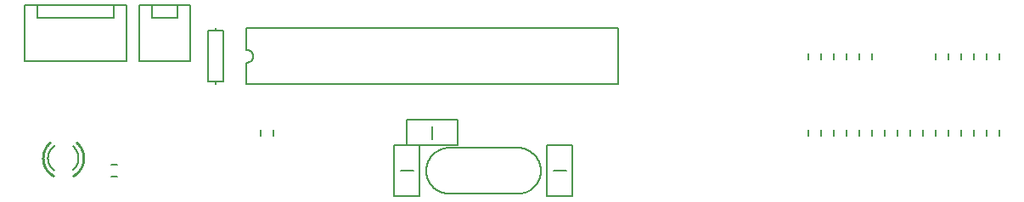
<source format=gto>
G75*
%MOIN*%
%OFA0B0*%
%FSLAX25Y25*%
%IPPOS*%
%LPD*%
%AMOC8*
5,1,8,0,0,1.08239X$1,22.5*
%
%ADD10C,0.00800*%
%ADD11C,0.00500*%
%ADD12C,0.00600*%
%ADD13C,0.01000*%
D10*
X0151000Y0008500D02*
X0151000Y0028500D01*
X0161000Y0028500D01*
X0161000Y0008500D01*
X0151000Y0008500D01*
X0172500Y0009500D02*
X0199500Y0009500D01*
X0211000Y0008500D02*
X0221000Y0008500D01*
X0221000Y0028500D01*
X0211000Y0028500D01*
X0211000Y0008500D01*
X0213500Y0018500D02*
X0218500Y0018500D01*
X0199500Y0009500D02*
X0199719Y0009503D01*
X0199938Y0009511D01*
X0200157Y0009524D01*
X0200375Y0009543D01*
X0200593Y0009567D01*
X0200810Y0009596D01*
X0201027Y0009630D01*
X0201242Y0009670D01*
X0201457Y0009715D01*
X0201670Y0009766D01*
X0201882Y0009821D01*
X0202093Y0009882D01*
X0202302Y0009947D01*
X0202509Y0010018D01*
X0202715Y0010094D01*
X0202919Y0010175D01*
X0203121Y0010260D01*
X0203320Y0010351D01*
X0203517Y0010446D01*
X0203712Y0010547D01*
X0203905Y0010652D01*
X0204095Y0010761D01*
X0204282Y0010875D01*
X0204466Y0010994D01*
X0204647Y0011117D01*
X0204825Y0011245D01*
X0205001Y0011377D01*
X0205172Y0011513D01*
X0205341Y0011653D01*
X0205506Y0011797D01*
X0205667Y0011945D01*
X0205825Y0012097D01*
X0205979Y0012253D01*
X0206129Y0012413D01*
X0206276Y0012576D01*
X0206418Y0012743D01*
X0206556Y0012913D01*
X0206690Y0013087D01*
X0206820Y0013263D01*
X0206945Y0013443D01*
X0207066Y0013626D01*
X0207182Y0013812D01*
X0207294Y0014000D01*
X0207401Y0014191D01*
X0207504Y0014385D01*
X0207602Y0014581D01*
X0207695Y0014779D01*
X0207783Y0014980D01*
X0207866Y0015183D01*
X0207945Y0015388D01*
X0208018Y0015594D01*
X0208086Y0015802D01*
X0208149Y0016012D01*
X0208207Y0016224D01*
X0208260Y0016436D01*
X0208308Y0016650D01*
X0208350Y0016865D01*
X0208387Y0017081D01*
X0208419Y0017298D01*
X0208446Y0017516D01*
X0208467Y0017734D01*
X0208483Y0017952D01*
X0208494Y0018171D01*
X0208499Y0018390D01*
X0208499Y0018610D01*
X0208494Y0018829D01*
X0208483Y0019048D01*
X0208467Y0019266D01*
X0208446Y0019484D01*
X0208419Y0019702D01*
X0208387Y0019919D01*
X0208350Y0020135D01*
X0208308Y0020350D01*
X0208260Y0020564D01*
X0208207Y0020776D01*
X0208149Y0020988D01*
X0208086Y0021198D01*
X0208018Y0021406D01*
X0207945Y0021612D01*
X0207866Y0021817D01*
X0207783Y0022020D01*
X0207695Y0022221D01*
X0207602Y0022419D01*
X0207504Y0022615D01*
X0207401Y0022809D01*
X0207294Y0023000D01*
X0207182Y0023188D01*
X0207066Y0023374D01*
X0206945Y0023557D01*
X0206820Y0023737D01*
X0206690Y0023913D01*
X0206556Y0024087D01*
X0206418Y0024257D01*
X0206276Y0024424D01*
X0206129Y0024587D01*
X0205979Y0024747D01*
X0205825Y0024903D01*
X0205667Y0025055D01*
X0205506Y0025203D01*
X0205341Y0025347D01*
X0205172Y0025487D01*
X0205001Y0025623D01*
X0204825Y0025755D01*
X0204647Y0025883D01*
X0204466Y0026006D01*
X0204282Y0026125D01*
X0204095Y0026239D01*
X0203905Y0026348D01*
X0203712Y0026453D01*
X0203517Y0026554D01*
X0203320Y0026649D01*
X0203121Y0026740D01*
X0202919Y0026825D01*
X0202715Y0026906D01*
X0202509Y0026982D01*
X0202302Y0027053D01*
X0202093Y0027118D01*
X0201882Y0027179D01*
X0201670Y0027234D01*
X0201457Y0027285D01*
X0201242Y0027330D01*
X0201027Y0027370D01*
X0200810Y0027404D01*
X0200593Y0027433D01*
X0200375Y0027457D01*
X0200157Y0027476D01*
X0199938Y0027489D01*
X0199719Y0027497D01*
X0199500Y0027500D01*
X0172500Y0027500D01*
X0176000Y0028500D02*
X0176000Y0038500D01*
X0156000Y0038500D01*
X0156000Y0028500D01*
X0176000Y0028500D01*
X0166000Y0031000D02*
X0166000Y0036000D01*
X0081000Y0052500D02*
X0081000Y0053500D01*
X0078000Y0053500D01*
X0078000Y0073500D01*
X0081000Y0073500D01*
X0081000Y0074500D01*
X0081000Y0073500D02*
X0084000Y0073500D01*
X0084000Y0053500D01*
X0081000Y0053500D01*
X0153500Y0018500D02*
X0158500Y0018500D01*
X0172500Y0027500D02*
X0172281Y0027497D01*
X0172062Y0027489D01*
X0171843Y0027476D01*
X0171625Y0027457D01*
X0171407Y0027433D01*
X0171190Y0027404D01*
X0170973Y0027370D01*
X0170758Y0027330D01*
X0170543Y0027285D01*
X0170330Y0027234D01*
X0170118Y0027179D01*
X0169907Y0027118D01*
X0169698Y0027053D01*
X0169491Y0026982D01*
X0169285Y0026906D01*
X0169081Y0026825D01*
X0168879Y0026740D01*
X0168680Y0026649D01*
X0168483Y0026554D01*
X0168288Y0026453D01*
X0168095Y0026348D01*
X0167905Y0026239D01*
X0167718Y0026125D01*
X0167534Y0026006D01*
X0167353Y0025883D01*
X0167175Y0025755D01*
X0166999Y0025623D01*
X0166828Y0025487D01*
X0166659Y0025347D01*
X0166494Y0025203D01*
X0166333Y0025055D01*
X0166175Y0024903D01*
X0166021Y0024747D01*
X0165871Y0024587D01*
X0165724Y0024424D01*
X0165582Y0024257D01*
X0165444Y0024087D01*
X0165310Y0023913D01*
X0165180Y0023737D01*
X0165055Y0023557D01*
X0164934Y0023374D01*
X0164818Y0023188D01*
X0164706Y0023000D01*
X0164599Y0022809D01*
X0164496Y0022615D01*
X0164398Y0022419D01*
X0164305Y0022221D01*
X0164217Y0022020D01*
X0164134Y0021817D01*
X0164055Y0021612D01*
X0163982Y0021406D01*
X0163914Y0021198D01*
X0163851Y0020988D01*
X0163793Y0020776D01*
X0163740Y0020564D01*
X0163692Y0020350D01*
X0163650Y0020135D01*
X0163613Y0019919D01*
X0163581Y0019702D01*
X0163554Y0019484D01*
X0163533Y0019266D01*
X0163517Y0019048D01*
X0163506Y0018829D01*
X0163501Y0018610D01*
X0163501Y0018390D01*
X0163506Y0018171D01*
X0163517Y0017952D01*
X0163533Y0017734D01*
X0163554Y0017516D01*
X0163581Y0017298D01*
X0163613Y0017081D01*
X0163650Y0016865D01*
X0163692Y0016650D01*
X0163740Y0016436D01*
X0163793Y0016224D01*
X0163851Y0016012D01*
X0163914Y0015802D01*
X0163982Y0015594D01*
X0164055Y0015388D01*
X0164134Y0015183D01*
X0164217Y0014980D01*
X0164305Y0014779D01*
X0164398Y0014581D01*
X0164496Y0014385D01*
X0164599Y0014191D01*
X0164706Y0014000D01*
X0164818Y0013812D01*
X0164934Y0013626D01*
X0165055Y0013443D01*
X0165180Y0013263D01*
X0165310Y0013087D01*
X0165444Y0012913D01*
X0165582Y0012743D01*
X0165724Y0012576D01*
X0165871Y0012413D01*
X0166021Y0012253D01*
X0166175Y0012097D01*
X0166333Y0011945D01*
X0166494Y0011797D01*
X0166659Y0011653D01*
X0166828Y0011513D01*
X0166999Y0011377D01*
X0167175Y0011245D01*
X0167353Y0011117D01*
X0167534Y0010994D01*
X0167718Y0010875D01*
X0167905Y0010761D01*
X0168095Y0010652D01*
X0168288Y0010547D01*
X0168483Y0010446D01*
X0168680Y0010351D01*
X0168879Y0010260D01*
X0169081Y0010175D01*
X0169285Y0010094D01*
X0169491Y0010018D01*
X0169698Y0009947D01*
X0169907Y0009882D01*
X0170118Y0009821D01*
X0170330Y0009766D01*
X0170543Y0009715D01*
X0170758Y0009670D01*
X0170973Y0009630D01*
X0171190Y0009596D01*
X0171407Y0009567D01*
X0171625Y0009543D01*
X0171843Y0009524D01*
X0172062Y0009511D01*
X0172281Y0009503D01*
X0172500Y0009500D01*
D11*
X0071000Y0061500D02*
X0051000Y0061500D01*
X0051000Y0083500D01*
X0056000Y0083500D01*
X0056000Y0078500D01*
X0066000Y0078500D01*
X0066000Y0083500D01*
X0071000Y0083500D01*
X0071000Y0061500D01*
X0046000Y0061500D02*
X0006000Y0061500D01*
X0006000Y0083500D01*
X0011000Y0083500D01*
X0011000Y0078500D01*
X0041000Y0078500D01*
X0041000Y0083500D01*
X0046000Y0083500D01*
X0046000Y0061500D01*
X0041000Y0083500D02*
X0011000Y0083500D01*
X0056000Y0083500D02*
X0066000Y0083500D01*
D12*
X0042181Y0016138D02*
X0039819Y0016138D01*
X0039819Y0020862D02*
X0042181Y0020862D01*
X0017513Y0028382D02*
X0017388Y0028291D01*
X0017266Y0028197D01*
X0017147Y0028099D01*
X0017030Y0027999D01*
X0016916Y0027895D01*
X0016804Y0027789D01*
X0016696Y0027680D01*
X0016590Y0027568D01*
X0016487Y0027453D01*
X0016387Y0027336D01*
X0016289Y0027216D01*
X0016196Y0027094D01*
X0016105Y0026970D01*
X0016017Y0026843D01*
X0015933Y0026714D01*
X0015852Y0026582D01*
X0015775Y0026449D01*
X0015701Y0026314D01*
X0015630Y0026177D01*
X0015563Y0026038D01*
X0015500Y0025898D01*
X0015440Y0025755D01*
X0015384Y0025612D01*
X0015332Y0025467D01*
X0015283Y0025321D01*
X0015238Y0025173D01*
X0015197Y0025025D01*
X0015160Y0024875D01*
X0015126Y0024725D01*
X0015097Y0024573D01*
X0015071Y0024421D01*
X0015049Y0024269D01*
X0015032Y0024116D01*
X0015018Y0023962D01*
X0015008Y0023808D01*
X0015002Y0023654D01*
X0015000Y0023500D01*
X0024683Y0018764D02*
X0024802Y0018858D01*
X0024918Y0018956D01*
X0025032Y0019056D01*
X0025143Y0019160D01*
X0025251Y0019266D01*
X0025357Y0019374D01*
X0025459Y0019486D01*
X0025559Y0019600D01*
X0025657Y0019716D01*
X0025751Y0019835D01*
X0025842Y0019956D01*
X0025930Y0020080D01*
X0026015Y0020206D01*
X0026096Y0020333D01*
X0026175Y0020463D01*
X0026250Y0020595D01*
X0026321Y0020728D01*
X0026390Y0020864D01*
X0026455Y0021001D01*
X0026516Y0021139D01*
X0026574Y0021280D01*
X0026628Y0021421D01*
X0026679Y0021564D01*
X0026726Y0021708D01*
X0026770Y0021853D01*
X0026809Y0022000D01*
X0026845Y0022147D01*
X0026878Y0022295D01*
X0026906Y0022444D01*
X0026931Y0022594D01*
X0026952Y0022744D01*
X0026969Y0022894D01*
X0026983Y0023046D01*
X0026992Y0023197D01*
X0026998Y0023348D01*
X0027000Y0023500D01*
X0017400Y0018700D02*
X0017281Y0018792D01*
X0017164Y0018886D01*
X0017050Y0018984D01*
X0016938Y0019084D01*
X0016828Y0019188D01*
X0016722Y0019293D01*
X0016617Y0019402D01*
X0016516Y0019513D01*
X0016418Y0019627D01*
X0016322Y0019743D01*
X0016229Y0019861D01*
X0016140Y0019982D01*
X0016053Y0020105D01*
X0015970Y0020230D01*
X0015889Y0020357D01*
X0015812Y0020486D01*
X0015738Y0020617D01*
X0015667Y0020750D01*
X0015600Y0020884D01*
X0015536Y0021020D01*
X0015476Y0021158D01*
X0015419Y0021297D01*
X0015366Y0021438D01*
X0015316Y0021580D01*
X0015269Y0021723D01*
X0015227Y0021867D01*
X0015187Y0022012D01*
X0015152Y0022158D01*
X0015120Y0022305D01*
X0015092Y0022453D01*
X0015068Y0022601D01*
X0015047Y0022750D01*
X0015030Y0022900D01*
X0015017Y0023049D01*
X0015008Y0023199D01*
X0015002Y0023350D01*
X0015000Y0023500D01*
X0024683Y0028236D02*
X0024802Y0028142D01*
X0024918Y0028044D01*
X0025032Y0027944D01*
X0025143Y0027840D01*
X0025251Y0027734D01*
X0025357Y0027626D01*
X0025459Y0027514D01*
X0025559Y0027400D01*
X0025657Y0027284D01*
X0025751Y0027165D01*
X0025842Y0027044D01*
X0025930Y0026920D01*
X0026015Y0026794D01*
X0026096Y0026667D01*
X0026175Y0026537D01*
X0026250Y0026405D01*
X0026321Y0026272D01*
X0026390Y0026136D01*
X0026455Y0025999D01*
X0026516Y0025861D01*
X0026574Y0025720D01*
X0026628Y0025579D01*
X0026679Y0025436D01*
X0026726Y0025292D01*
X0026770Y0025147D01*
X0026809Y0025000D01*
X0026845Y0024853D01*
X0026878Y0024705D01*
X0026906Y0024556D01*
X0026931Y0024406D01*
X0026952Y0024256D01*
X0026969Y0024106D01*
X0026983Y0023954D01*
X0026992Y0023803D01*
X0026998Y0023652D01*
X0027000Y0023500D01*
X0098638Y0032319D02*
X0098638Y0034681D01*
X0103362Y0034681D02*
X0103362Y0032319D01*
X0093000Y0052500D02*
X0239000Y0052500D01*
X0239000Y0074500D01*
X0093000Y0074500D01*
X0093000Y0066000D01*
X0093098Y0065998D01*
X0093196Y0065992D01*
X0093294Y0065983D01*
X0093391Y0065969D01*
X0093488Y0065952D01*
X0093584Y0065931D01*
X0093679Y0065906D01*
X0093773Y0065878D01*
X0093865Y0065845D01*
X0093957Y0065810D01*
X0094047Y0065770D01*
X0094135Y0065728D01*
X0094222Y0065681D01*
X0094306Y0065632D01*
X0094389Y0065579D01*
X0094469Y0065523D01*
X0094548Y0065463D01*
X0094624Y0065401D01*
X0094697Y0065336D01*
X0094768Y0065268D01*
X0094836Y0065197D01*
X0094901Y0065124D01*
X0094963Y0065048D01*
X0095023Y0064969D01*
X0095079Y0064889D01*
X0095132Y0064806D01*
X0095181Y0064722D01*
X0095228Y0064635D01*
X0095270Y0064547D01*
X0095310Y0064457D01*
X0095345Y0064365D01*
X0095378Y0064273D01*
X0095406Y0064179D01*
X0095431Y0064084D01*
X0095452Y0063988D01*
X0095469Y0063891D01*
X0095483Y0063794D01*
X0095492Y0063696D01*
X0095498Y0063598D01*
X0095500Y0063500D01*
X0095498Y0063402D01*
X0095492Y0063304D01*
X0095483Y0063206D01*
X0095469Y0063109D01*
X0095452Y0063012D01*
X0095431Y0062916D01*
X0095406Y0062821D01*
X0095378Y0062727D01*
X0095345Y0062635D01*
X0095310Y0062543D01*
X0095270Y0062453D01*
X0095228Y0062365D01*
X0095181Y0062278D01*
X0095132Y0062194D01*
X0095079Y0062111D01*
X0095023Y0062031D01*
X0094963Y0061952D01*
X0094901Y0061876D01*
X0094836Y0061803D01*
X0094768Y0061732D01*
X0094697Y0061664D01*
X0094624Y0061599D01*
X0094548Y0061537D01*
X0094469Y0061477D01*
X0094389Y0061421D01*
X0094306Y0061368D01*
X0094222Y0061319D01*
X0094135Y0061272D01*
X0094047Y0061230D01*
X0093957Y0061190D01*
X0093865Y0061155D01*
X0093773Y0061122D01*
X0093679Y0061094D01*
X0093584Y0061069D01*
X0093488Y0061048D01*
X0093391Y0061031D01*
X0093294Y0061017D01*
X0093196Y0061008D01*
X0093098Y0061002D01*
X0093000Y0061000D01*
X0093000Y0052500D01*
X0313638Y0062319D02*
X0313638Y0064681D01*
X0318362Y0064681D02*
X0318362Y0062319D01*
X0323638Y0062319D02*
X0323638Y0064681D01*
X0328362Y0064681D02*
X0328362Y0062319D01*
X0333638Y0062319D02*
X0333638Y0064681D01*
X0338362Y0064681D02*
X0338362Y0062319D01*
X0363638Y0062319D02*
X0363638Y0064681D01*
X0368362Y0064681D02*
X0368362Y0062319D01*
X0373638Y0062319D02*
X0373638Y0064681D01*
X0378362Y0064681D02*
X0378362Y0062319D01*
X0383638Y0062319D02*
X0383638Y0064681D01*
X0388362Y0064681D02*
X0388362Y0062319D01*
X0388362Y0034681D02*
X0388362Y0032319D01*
X0383638Y0032319D02*
X0383638Y0034681D01*
X0378362Y0034681D02*
X0378362Y0032319D01*
X0373638Y0032319D02*
X0373638Y0034681D01*
X0368362Y0034681D02*
X0368362Y0032319D01*
X0363638Y0032319D02*
X0363638Y0034681D01*
X0358362Y0034681D02*
X0358362Y0032319D01*
X0353638Y0032319D02*
X0353638Y0034681D01*
X0348362Y0034681D02*
X0348362Y0032319D01*
X0343638Y0032319D02*
X0343638Y0034681D01*
X0338362Y0034681D02*
X0338362Y0032319D01*
X0333638Y0032319D02*
X0333638Y0034681D01*
X0328362Y0034681D02*
X0328362Y0032319D01*
X0323638Y0032319D02*
X0323638Y0034681D01*
X0318362Y0034681D02*
X0318362Y0032319D01*
X0313638Y0032319D02*
X0313638Y0034681D01*
D13*
X0017235Y0016441D02*
X0017067Y0016534D01*
X0016901Y0016630D01*
X0016737Y0016730D01*
X0016576Y0016835D01*
X0016417Y0016943D01*
X0016261Y0017055D01*
X0016107Y0017171D01*
X0015957Y0017290D01*
X0015809Y0017413D01*
X0015664Y0017539D01*
X0015523Y0017669D01*
X0015384Y0017802D01*
X0015249Y0017939D01*
X0015117Y0018079D01*
X0014989Y0018221D01*
X0014864Y0018367D01*
X0014742Y0018516D01*
X0014624Y0018668D01*
X0014510Y0018822D01*
X0014400Y0018980D01*
X0014293Y0019139D01*
X0014190Y0019302D01*
X0014091Y0019467D01*
X0013996Y0019634D01*
X0013906Y0019803D01*
X0013819Y0019974D01*
X0013736Y0020148D01*
X0013658Y0020323D01*
X0013584Y0020501D01*
X0013514Y0020680D01*
X0013448Y0020860D01*
X0013387Y0021042D01*
X0013330Y0021226D01*
X0013278Y0021411D01*
X0013230Y0021597D01*
X0013186Y0021784D01*
X0013147Y0021972D01*
X0013113Y0022161D01*
X0013083Y0022351D01*
X0013058Y0022541D01*
X0013037Y0022732D01*
X0013021Y0022924D01*
X0013009Y0023116D01*
X0013002Y0023308D01*
X0013000Y0023500D01*
X0024969Y0016554D02*
X0025138Y0016653D01*
X0025304Y0016757D01*
X0025468Y0016864D01*
X0025629Y0016975D01*
X0025787Y0017090D01*
X0025942Y0017209D01*
X0026095Y0017332D01*
X0026244Y0017458D01*
X0026390Y0017588D01*
X0026533Y0017722D01*
X0026673Y0017859D01*
X0026809Y0017999D01*
X0026942Y0018143D01*
X0027071Y0018290D01*
X0027197Y0018440D01*
X0027318Y0018593D01*
X0027437Y0018749D01*
X0027551Y0018908D01*
X0027661Y0019069D01*
X0027767Y0019234D01*
X0027870Y0019400D01*
X0027968Y0019570D01*
X0028062Y0019741D01*
X0028152Y0019915D01*
X0028237Y0020091D01*
X0028319Y0020269D01*
X0028395Y0020449D01*
X0028468Y0020631D01*
X0028536Y0020814D01*
X0028599Y0020999D01*
X0028658Y0021186D01*
X0028712Y0021374D01*
X0028762Y0021563D01*
X0028807Y0021753D01*
X0028847Y0021945D01*
X0028883Y0022137D01*
X0028914Y0022330D01*
X0028940Y0022524D01*
X0028962Y0022719D01*
X0028978Y0022914D01*
X0028990Y0023109D01*
X0028998Y0023305D01*
X0029000Y0023500D01*
X0028998Y0023693D01*
X0028991Y0023886D01*
X0028979Y0024078D01*
X0028963Y0024271D01*
X0028942Y0024463D01*
X0028916Y0024654D01*
X0028886Y0024844D01*
X0028851Y0025034D01*
X0028812Y0025223D01*
X0028768Y0025411D01*
X0028720Y0025598D01*
X0028667Y0025784D01*
X0028610Y0025968D01*
X0028548Y0026151D01*
X0028482Y0026332D01*
X0028411Y0026512D01*
X0028337Y0026690D01*
X0028258Y0026866D01*
X0028174Y0027040D01*
X0028087Y0027212D01*
X0027995Y0027382D01*
X0027899Y0027549D01*
X0027800Y0027715D01*
X0027696Y0027878D01*
X0027589Y0028038D01*
X0027477Y0028195D01*
X0027362Y0028350D01*
X0027243Y0028502D01*
X0027121Y0028651D01*
X0026995Y0028798D01*
X0026865Y0028941D01*
X0026732Y0029081D01*
X0026596Y0029217D01*
X0026456Y0029351D01*
X0026314Y0029480D01*
X0026168Y0029607D01*
X0015878Y0029646D02*
X0015730Y0029519D01*
X0015585Y0029389D01*
X0015444Y0029256D01*
X0015305Y0029119D01*
X0015170Y0028979D01*
X0015039Y0028835D01*
X0014911Y0028688D01*
X0014786Y0028539D01*
X0014665Y0028386D01*
X0014548Y0028231D01*
X0014435Y0028072D01*
X0014326Y0027911D01*
X0014221Y0027747D01*
X0014119Y0027581D01*
X0014022Y0027412D01*
X0013929Y0027242D01*
X0013840Y0027068D01*
X0013755Y0026893D01*
X0013675Y0026716D01*
X0013599Y0026537D01*
X0013527Y0026356D01*
X0013460Y0026173D01*
X0013397Y0025989D01*
X0013339Y0025803D01*
X0013285Y0025616D01*
X0013236Y0025428D01*
X0013191Y0025238D01*
X0013151Y0025048D01*
X0013116Y0024856D01*
X0013085Y0024664D01*
X0013059Y0024471D01*
X0013038Y0024277D01*
X0013021Y0024083D01*
X0013009Y0023889D01*
X0013002Y0023695D01*
X0013000Y0023500D01*
M02*

</source>
